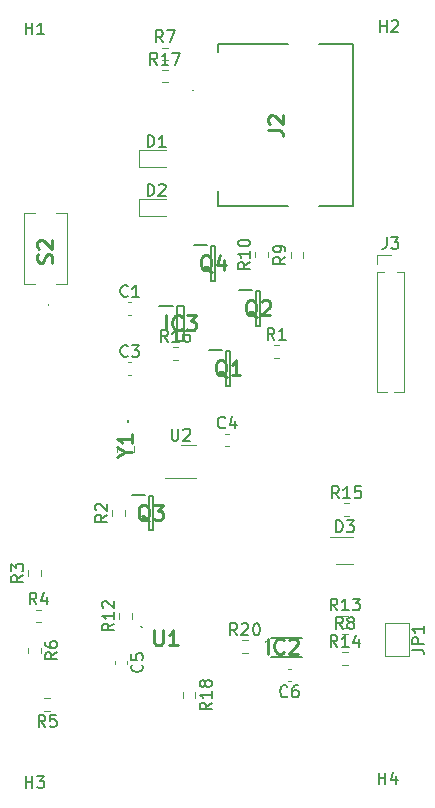
<source format=gbr>
%TF.GenerationSoftware,KiCad,Pcbnew,7.0.8-7.0.8~ubuntu20.04.1*%
%TF.CreationDate,2023-10-05T17:37:43+09:00*%
%TF.ProjectId,v0_2,76305f32-2e6b-4696-9361-645f70636258,rev?*%
%TF.SameCoordinates,Original*%
%TF.FileFunction,Legend,Top*%
%TF.FilePolarity,Positive*%
%FSLAX46Y46*%
G04 Gerber Fmt 4.6, Leading zero omitted, Abs format (unit mm)*
G04 Created by KiCad (PCBNEW 7.0.8-7.0.8~ubuntu20.04.1) date 2023-10-05 17:37:43*
%MOMM*%
%LPD*%
G01*
G04 APERTURE LIST*
%ADD10C,0.150000*%
%ADD11C,0.254000*%
%ADD12C,0.200000*%
%ADD13C,0.100000*%
%ADD14C,0.120000*%
G04 APERTURE END LIST*
D10*
X14238095Y-28854819D02*
X14238095Y-27854819D01*
X14238095Y-28331009D02*
X14809523Y-28331009D01*
X14809523Y-28854819D02*
X14809523Y-27854819D01*
X15714285Y-28188152D02*
X15714285Y-28854819D01*
X15476190Y-27807200D02*
X15238095Y-28521485D01*
X15238095Y-28521485D02*
X15857142Y-28521485D01*
D11*
X4879318Y26526667D02*
X5786461Y26526667D01*
X5786461Y26526667D02*
X5967889Y26466190D01*
X5967889Y26466190D02*
X6088842Y26345238D01*
X6088842Y26345238D02*
X6149318Y26163809D01*
X6149318Y26163809D02*
X6149318Y26042857D01*
X5000270Y27070952D02*
X4939794Y27131428D01*
X4939794Y27131428D02*
X4879318Y27252381D01*
X4879318Y27252381D02*
X4879318Y27554762D01*
X4879318Y27554762D02*
X4939794Y27675714D01*
X4939794Y27675714D02*
X5000270Y27736190D01*
X5000270Y27736190D02*
X5121222Y27796667D01*
X5121222Y27796667D02*
X5242175Y27796667D01*
X5242175Y27796667D02*
X5423603Y27736190D01*
X5423603Y27736190D02*
X6149318Y27010476D01*
X6149318Y27010476D02*
X6149318Y27796667D01*
D10*
X-5338094Y20975180D02*
X-5338094Y21975180D01*
X-5338094Y21975180D02*
X-5099999Y21975180D01*
X-5099999Y21975180D02*
X-4957142Y21927561D01*
X-4957142Y21927561D02*
X-4861904Y21832323D01*
X-4861904Y21832323D02*
X-4814285Y21737085D01*
X-4814285Y21737085D02*
X-4766666Y21546609D01*
X-4766666Y21546609D02*
X-4766666Y21403752D01*
X-4766666Y21403752D02*
X-4814285Y21213276D01*
X-4814285Y21213276D02*
X-4861904Y21118038D01*
X-4861904Y21118038D02*
X-4957142Y21022800D01*
X-4957142Y21022800D02*
X-5099999Y20975180D01*
X-5099999Y20975180D02*
X-5338094Y20975180D01*
X-4385713Y21879942D02*
X-4338094Y21927561D01*
X-4338094Y21927561D02*
X-4242856Y21975180D01*
X-4242856Y21975180D02*
X-4004761Y21975180D01*
X-4004761Y21975180D02*
X-3909523Y21927561D01*
X-3909523Y21927561D02*
X-3861904Y21879942D01*
X-3861904Y21879942D02*
X-3814285Y21784704D01*
X-3814285Y21784704D02*
X-3814285Y21689466D01*
X-3814285Y21689466D02*
X-3861904Y21546609D01*
X-3861904Y21546609D02*
X-4433332Y20975180D01*
X-4433332Y20975180D02*
X-3814285Y20975180D01*
D11*
X-7230443Y-729761D02*
X-6625681Y-729761D01*
X-7895681Y-1153094D02*
X-7230443Y-729761D01*
X-7230443Y-729761D02*
X-7895681Y-306427D01*
X-6625681Y782143D02*
X-6625681Y56428D01*
X-6625681Y419285D02*
X-7895681Y419285D01*
X-7895681Y419285D02*
X-7714253Y298333D01*
X-7714253Y298333D02*
X-7593300Y177381D01*
X-7593300Y177381D02*
X-7532824Y56428D01*
D10*
X-14741666Y-13624819D02*
X-15074999Y-13148628D01*
X-15313094Y-13624819D02*
X-15313094Y-12624819D01*
X-15313094Y-12624819D02*
X-14932142Y-12624819D01*
X-14932142Y-12624819D02*
X-14836904Y-12672438D01*
X-14836904Y-12672438D02*
X-14789285Y-12720057D01*
X-14789285Y-12720057D02*
X-14741666Y-12815295D01*
X-14741666Y-12815295D02*
X-14741666Y-12958152D01*
X-14741666Y-12958152D02*
X-14789285Y-13053390D01*
X-14789285Y-13053390D02*
X-14836904Y-13101009D01*
X-14836904Y-13101009D02*
X-14932142Y-13148628D01*
X-14932142Y-13148628D02*
X-15313094Y-13148628D01*
X-13884523Y-12958152D02*
X-13884523Y-13624819D01*
X-14122618Y-12577200D02*
X-14360713Y-13291485D01*
X-14360713Y-13291485D02*
X-13741666Y-13291485D01*
X-3627857Y8595180D02*
X-3961190Y9071371D01*
X-4199285Y8595180D02*
X-4199285Y9595180D01*
X-4199285Y9595180D02*
X-3818333Y9595180D01*
X-3818333Y9595180D02*
X-3723095Y9547561D01*
X-3723095Y9547561D02*
X-3675476Y9499942D01*
X-3675476Y9499942D02*
X-3627857Y9404704D01*
X-3627857Y9404704D02*
X-3627857Y9261847D01*
X-3627857Y9261847D02*
X-3675476Y9166609D01*
X-3675476Y9166609D02*
X-3723095Y9118990D01*
X-3723095Y9118990D02*
X-3818333Y9071371D01*
X-3818333Y9071371D02*
X-4199285Y9071371D01*
X-2675476Y8595180D02*
X-3246904Y8595180D01*
X-2961190Y8595180D02*
X-2961190Y9595180D01*
X-2961190Y9595180D02*
X-3056428Y9452323D01*
X-3056428Y9452323D02*
X-3151666Y9357085D01*
X-3151666Y9357085D02*
X-3246904Y9309466D01*
X-1818333Y9595180D02*
X-2008809Y9595180D01*
X-2008809Y9595180D02*
X-2104047Y9547561D01*
X-2104047Y9547561D02*
X-2151666Y9499942D01*
X-2151666Y9499942D02*
X-2246904Y9357085D01*
X-2246904Y9357085D02*
X-2294523Y9166609D01*
X-2294523Y9166609D02*
X-2294523Y8785657D01*
X-2294523Y8785657D02*
X-2246904Y8690419D01*
X-2246904Y8690419D02*
X-2199285Y8642800D01*
X-2199285Y8642800D02*
X-2104047Y8595180D01*
X-2104047Y8595180D02*
X-1913571Y8595180D01*
X-1913571Y8595180D02*
X-1818333Y8642800D01*
X-1818333Y8642800D02*
X-1770714Y8690419D01*
X-1770714Y8690419D02*
X-1723095Y8785657D01*
X-1723095Y8785657D02*
X-1723095Y9023752D01*
X-1723095Y9023752D02*
X-1770714Y9118990D01*
X-1770714Y9118990D02*
X-1818333Y9166609D01*
X-1818333Y9166609D02*
X-1913571Y9214228D01*
X-1913571Y9214228D02*
X-2104047Y9214228D01*
X-2104047Y9214228D02*
X-2199285Y9166609D01*
X-2199285Y9166609D02*
X-2246904Y9118990D01*
X-2246904Y9118990D02*
X-2294523Y9023752D01*
X1233333Y1370419D02*
X1185714Y1322800D01*
X1185714Y1322800D02*
X1042857Y1275180D01*
X1042857Y1275180D02*
X947619Y1275180D01*
X947619Y1275180D02*
X804762Y1322800D01*
X804762Y1322800D02*
X709524Y1418038D01*
X709524Y1418038D02*
X661905Y1513276D01*
X661905Y1513276D02*
X614286Y1703752D01*
X614286Y1703752D02*
X614286Y1846609D01*
X614286Y1846609D02*
X661905Y2037085D01*
X661905Y2037085D02*
X709524Y2132323D01*
X709524Y2132323D02*
X804762Y2227561D01*
X804762Y2227561D02*
X947619Y2275180D01*
X947619Y2275180D02*
X1042857Y2275180D01*
X1042857Y2275180D02*
X1185714Y2227561D01*
X1185714Y2227561D02*
X1233333Y2179942D01*
X2090476Y1941847D02*
X2090476Y1275180D01*
X1852381Y2322800D02*
X1614286Y1608514D01*
X1614286Y1608514D02*
X2233333Y1608514D01*
X-15661904Y34645180D02*
X-15661904Y35645180D01*
X-15661904Y35168990D02*
X-15090476Y35168990D01*
X-15090476Y34645180D02*
X-15090476Y35645180D01*
X-14090476Y34645180D02*
X-14661904Y34645180D01*
X-14376190Y34645180D02*
X-14376190Y35645180D01*
X-14376190Y35645180D02*
X-14471428Y35502323D01*
X-14471428Y35502323D02*
X-14566666Y35407085D01*
X-14566666Y35407085D02*
X-14661904Y35359466D01*
X10732142Y-14124819D02*
X10398809Y-13648628D01*
X10160714Y-14124819D02*
X10160714Y-13124819D01*
X10160714Y-13124819D02*
X10541666Y-13124819D01*
X10541666Y-13124819D02*
X10636904Y-13172438D01*
X10636904Y-13172438D02*
X10684523Y-13220057D01*
X10684523Y-13220057D02*
X10732142Y-13315295D01*
X10732142Y-13315295D02*
X10732142Y-13458152D01*
X10732142Y-13458152D02*
X10684523Y-13553390D01*
X10684523Y-13553390D02*
X10636904Y-13601009D01*
X10636904Y-13601009D02*
X10541666Y-13648628D01*
X10541666Y-13648628D02*
X10160714Y-13648628D01*
X11684523Y-14124819D02*
X11113095Y-14124819D01*
X11398809Y-14124819D02*
X11398809Y-13124819D01*
X11398809Y-13124819D02*
X11303571Y-13267676D01*
X11303571Y-13267676D02*
X11208333Y-13362914D01*
X11208333Y-13362914D02*
X11113095Y-13410533D01*
X12017857Y-13124819D02*
X12636904Y-13124819D01*
X12636904Y-13124819D02*
X12303571Y-13505771D01*
X12303571Y-13505771D02*
X12446428Y-13505771D01*
X12446428Y-13505771D02*
X12541666Y-13553390D01*
X12541666Y-13553390D02*
X12589285Y-13601009D01*
X12589285Y-13601009D02*
X12636904Y-13696247D01*
X12636904Y-13696247D02*
X12636904Y-13934342D01*
X12636904Y-13934342D02*
X12589285Y-14029580D01*
X12589285Y-14029580D02*
X12541666Y-14077200D01*
X12541666Y-14077200D02*
X12446428Y-14124819D01*
X12446428Y-14124819D02*
X12160714Y-14124819D01*
X12160714Y-14124819D02*
X12065476Y-14077200D01*
X12065476Y-14077200D02*
X12017857Y-14029580D01*
X11208333Y-15704819D02*
X10875000Y-15228628D01*
X10636905Y-15704819D02*
X10636905Y-14704819D01*
X10636905Y-14704819D02*
X11017857Y-14704819D01*
X11017857Y-14704819D02*
X11113095Y-14752438D01*
X11113095Y-14752438D02*
X11160714Y-14800057D01*
X11160714Y-14800057D02*
X11208333Y-14895295D01*
X11208333Y-14895295D02*
X11208333Y-15038152D01*
X11208333Y-15038152D02*
X11160714Y-15133390D01*
X11160714Y-15133390D02*
X11113095Y-15181009D01*
X11113095Y-15181009D02*
X11017857Y-15228628D01*
X11017857Y-15228628D02*
X10636905Y-15228628D01*
X11779762Y-15133390D02*
X11684524Y-15085771D01*
X11684524Y-15085771D02*
X11636905Y-15038152D01*
X11636905Y-15038152D02*
X11589286Y-14942914D01*
X11589286Y-14942914D02*
X11589286Y-14895295D01*
X11589286Y-14895295D02*
X11636905Y-14800057D01*
X11636905Y-14800057D02*
X11684524Y-14752438D01*
X11684524Y-14752438D02*
X11779762Y-14704819D01*
X11779762Y-14704819D02*
X11970238Y-14704819D01*
X11970238Y-14704819D02*
X12065476Y-14752438D01*
X12065476Y-14752438D02*
X12113095Y-14800057D01*
X12113095Y-14800057D02*
X12160714Y-14895295D01*
X12160714Y-14895295D02*
X12160714Y-14942914D01*
X12160714Y-14942914D02*
X12113095Y-15038152D01*
X12113095Y-15038152D02*
X12065476Y-15085771D01*
X12065476Y-15085771D02*
X11970238Y-15133390D01*
X11970238Y-15133390D02*
X11779762Y-15133390D01*
X11779762Y-15133390D02*
X11684524Y-15181009D01*
X11684524Y-15181009D02*
X11636905Y-15228628D01*
X11636905Y-15228628D02*
X11589286Y-15323866D01*
X11589286Y-15323866D02*
X11589286Y-15514342D01*
X11589286Y-15514342D02*
X11636905Y-15609580D01*
X11636905Y-15609580D02*
X11684524Y-15657200D01*
X11684524Y-15657200D02*
X11779762Y-15704819D01*
X11779762Y-15704819D02*
X11970238Y-15704819D01*
X11970238Y-15704819D02*
X12065476Y-15657200D01*
X12065476Y-15657200D02*
X12113095Y-15609580D01*
X12113095Y-15609580D02*
X12160714Y-15514342D01*
X12160714Y-15514342D02*
X12160714Y-15323866D01*
X12160714Y-15323866D02*
X12113095Y-15228628D01*
X12113095Y-15228628D02*
X12065476Y-15181009D01*
X12065476Y-15181009D02*
X11970238Y-15133390D01*
D11*
X-5170952Y-6595270D02*
X-5291904Y-6534794D01*
X-5291904Y-6534794D02*
X-5412857Y-6413842D01*
X-5412857Y-6413842D02*
X-5594285Y-6232413D01*
X-5594285Y-6232413D02*
X-5715238Y-6171937D01*
X-5715238Y-6171937D02*
X-5836190Y-6171937D01*
X-5775714Y-6474318D02*
X-5896666Y-6413842D01*
X-5896666Y-6413842D02*
X-6017619Y-6292889D01*
X-6017619Y-6292889D02*
X-6078095Y-6050984D01*
X-6078095Y-6050984D02*
X-6078095Y-5627651D01*
X-6078095Y-5627651D02*
X-6017619Y-5385746D01*
X-6017619Y-5385746D02*
X-5896666Y-5264794D01*
X-5896666Y-5264794D02*
X-5775714Y-5204318D01*
X-5775714Y-5204318D02*
X-5533809Y-5204318D01*
X-5533809Y-5204318D02*
X-5412857Y-5264794D01*
X-5412857Y-5264794D02*
X-5291904Y-5385746D01*
X-5291904Y-5385746D02*
X-5231428Y-5627651D01*
X-5231428Y-5627651D02*
X-5231428Y-6050984D01*
X-5231428Y-6050984D02*
X-5291904Y-6292889D01*
X-5291904Y-6292889D02*
X-5412857Y-6413842D01*
X-5412857Y-6413842D02*
X-5533809Y-6474318D01*
X-5533809Y-6474318D02*
X-5775714Y-6474318D01*
X-4808095Y-5204318D02*
X-4021904Y-5204318D01*
X-4021904Y-5204318D02*
X-4445238Y-5688127D01*
X-4445238Y-5688127D02*
X-4263809Y-5688127D01*
X-4263809Y-5688127D02*
X-4142857Y-5748603D01*
X-4142857Y-5748603D02*
X-4082381Y-5809080D01*
X-4082381Y-5809080D02*
X-4021904Y-5930032D01*
X-4021904Y-5930032D02*
X-4021904Y-6232413D01*
X-4021904Y-6232413D02*
X-4082381Y-6353365D01*
X-4082381Y-6353365D02*
X-4142857Y-6413842D01*
X-4142857Y-6413842D02*
X-4263809Y-6474318D01*
X-4263809Y-6474318D02*
X-4626666Y-6474318D01*
X-4626666Y-6474318D02*
X-4747619Y-6413842D01*
X-4747619Y-6413842D02*
X-4808095Y-6353365D01*
X-3779762Y9585681D02*
X-3779762Y10855681D01*
X-2449285Y9706634D02*
X-2509761Y9646158D01*
X-2509761Y9646158D02*
X-2691190Y9585681D01*
X-2691190Y9585681D02*
X-2812142Y9585681D01*
X-2812142Y9585681D02*
X-2993571Y9646158D01*
X-2993571Y9646158D02*
X-3114523Y9767110D01*
X-3114523Y9767110D02*
X-3175000Y9888062D01*
X-3175000Y9888062D02*
X-3235476Y10129967D01*
X-3235476Y10129967D02*
X-3235476Y10311396D01*
X-3235476Y10311396D02*
X-3175000Y10553300D01*
X-3175000Y10553300D02*
X-3114523Y10674253D01*
X-3114523Y10674253D02*
X-2993571Y10795205D01*
X-2993571Y10795205D02*
X-2812142Y10855681D01*
X-2812142Y10855681D02*
X-2691190Y10855681D01*
X-2691190Y10855681D02*
X-2509761Y10795205D01*
X-2509761Y10795205D02*
X-2449285Y10734729D01*
X-2025952Y10855681D02*
X-1239761Y10855681D01*
X-1239761Y10855681D02*
X-1663095Y10371872D01*
X-1663095Y10371872D02*
X-1481666Y10371872D01*
X-1481666Y10371872D02*
X-1360714Y10311396D01*
X-1360714Y10311396D02*
X-1300238Y10250919D01*
X-1300238Y10250919D02*
X-1239761Y10129967D01*
X-1239761Y10129967D02*
X-1239761Y9827586D01*
X-1239761Y9827586D02*
X-1300238Y9706634D01*
X-1300238Y9706634D02*
X-1360714Y9646158D01*
X-1360714Y9646158D02*
X-1481666Y9585681D01*
X-1481666Y9585681D02*
X-1844523Y9585681D01*
X-1844523Y9585681D02*
X-1965476Y9646158D01*
X-1965476Y9646158D02*
X-2025952Y9706634D01*
D10*
X-8775180Y-6041666D02*
X-9251371Y-6374999D01*
X-8775180Y-6613094D02*
X-9775180Y-6613094D01*
X-9775180Y-6613094D02*
X-9775180Y-6232142D01*
X-9775180Y-6232142D02*
X-9727561Y-6136904D01*
X-9727561Y-6136904D02*
X-9679942Y-6089285D01*
X-9679942Y-6089285D02*
X-9584704Y-6041666D01*
X-9584704Y-6041666D02*
X-9441847Y-6041666D01*
X-9441847Y-6041666D02*
X-9346609Y-6089285D01*
X-9346609Y-6089285D02*
X-9298990Y-6136904D01*
X-9298990Y-6136904D02*
X-9251371Y-6232142D01*
X-9251371Y-6232142D02*
X-9251371Y-6613094D01*
X-9679942Y-5660713D02*
X-9727561Y-5613094D01*
X-9727561Y-5613094D02*
X-9775180Y-5517856D01*
X-9775180Y-5517856D02*
X-9775180Y-5279761D01*
X-9775180Y-5279761D02*
X-9727561Y-5184523D01*
X-9727561Y-5184523D02*
X-9679942Y-5136904D01*
X-9679942Y-5136904D02*
X-9584704Y-5089285D01*
X-9584704Y-5089285D02*
X-9489466Y-5089285D01*
X-9489466Y-5089285D02*
X-9346609Y-5136904D01*
X-9346609Y-5136904D02*
X-8775180Y-5708332D01*
X-8775180Y-5708332D02*
X-8775180Y-5089285D01*
D11*
X3909047Y10734729D02*
X3788095Y10795205D01*
X3788095Y10795205D02*
X3667142Y10916158D01*
X3667142Y10916158D02*
X3485714Y11097586D01*
X3485714Y11097586D02*
X3364761Y11158062D01*
X3364761Y11158062D02*
X3243809Y11158062D01*
X3304285Y10855681D02*
X3183333Y10916158D01*
X3183333Y10916158D02*
X3062380Y11037110D01*
X3062380Y11037110D02*
X3001904Y11279015D01*
X3001904Y11279015D02*
X3001904Y11702348D01*
X3001904Y11702348D02*
X3062380Y11944253D01*
X3062380Y11944253D02*
X3183333Y12065205D01*
X3183333Y12065205D02*
X3304285Y12125681D01*
X3304285Y12125681D02*
X3546190Y12125681D01*
X3546190Y12125681D02*
X3667142Y12065205D01*
X3667142Y12065205D02*
X3788095Y11944253D01*
X3788095Y11944253D02*
X3848571Y11702348D01*
X3848571Y11702348D02*
X3848571Y11279015D01*
X3848571Y11279015D02*
X3788095Y11037110D01*
X3788095Y11037110D02*
X3667142Y10916158D01*
X3667142Y10916158D02*
X3546190Y10855681D01*
X3546190Y10855681D02*
X3304285Y10855681D01*
X4332380Y12004729D02*
X4392856Y12065205D01*
X4392856Y12065205D02*
X4513809Y12125681D01*
X4513809Y12125681D02*
X4816190Y12125681D01*
X4816190Y12125681D02*
X4937142Y12065205D01*
X4937142Y12065205D02*
X4997618Y12004729D01*
X4997618Y12004729D02*
X5058095Y11883777D01*
X5058095Y11883777D02*
X5058095Y11762824D01*
X5058095Y11762824D02*
X4997618Y11581396D01*
X4997618Y11581396D02*
X4271904Y10855681D01*
X4271904Y10855681D02*
X5058095Y10855681D01*
D10*
X-5830419Y-18721666D02*
X-5782800Y-18769285D01*
X-5782800Y-18769285D02*
X-5735180Y-18912142D01*
X-5735180Y-18912142D02*
X-5735180Y-19007380D01*
X-5735180Y-19007380D02*
X-5782800Y-19150237D01*
X-5782800Y-19150237D02*
X-5878038Y-19245475D01*
X-5878038Y-19245475D02*
X-5973276Y-19293094D01*
X-5973276Y-19293094D02*
X-6163752Y-19340713D01*
X-6163752Y-19340713D02*
X-6306609Y-19340713D01*
X-6306609Y-19340713D02*
X-6497085Y-19293094D01*
X-6497085Y-19293094D02*
X-6592323Y-19245475D01*
X-6592323Y-19245475D02*
X-6687561Y-19150237D01*
X-6687561Y-19150237D02*
X-6735180Y-19007380D01*
X-6735180Y-19007380D02*
X-6735180Y-18912142D01*
X-6735180Y-18912142D02*
X-6687561Y-18769285D01*
X-6687561Y-18769285D02*
X-6639942Y-18721666D01*
X-6735180Y-17816904D02*
X-6735180Y-18293094D01*
X-6735180Y-18293094D02*
X-6258990Y-18340713D01*
X-6258990Y-18340713D02*
X-6306609Y-18293094D01*
X-6306609Y-18293094D02*
X-6354228Y-18197856D01*
X-6354228Y-18197856D02*
X-6354228Y-17959761D01*
X-6354228Y-17959761D02*
X-6306609Y-17864523D01*
X-6306609Y-17864523D02*
X-6258990Y-17816904D01*
X-6258990Y-17816904D02*
X-6163752Y-17769285D01*
X-6163752Y-17769285D02*
X-5925657Y-17769285D01*
X-5925657Y-17769285D02*
X-5830419Y-17816904D01*
X-5830419Y-17816904D02*
X-5782800Y-17864523D01*
X-5782800Y-17864523D02*
X-5735180Y-17959761D01*
X-5735180Y-17959761D02*
X-5735180Y-18197856D01*
X-5735180Y-18197856D02*
X-5782800Y-18293094D01*
X-5782800Y-18293094D02*
X-5830419Y-18340713D01*
D11*
X-4777619Y-15814318D02*
X-4777619Y-16842413D01*
X-4777619Y-16842413D02*
X-4717142Y-16963365D01*
X-4717142Y-16963365D02*
X-4656666Y-17023842D01*
X-4656666Y-17023842D02*
X-4535714Y-17084318D01*
X-4535714Y-17084318D02*
X-4293809Y-17084318D01*
X-4293809Y-17084318D02*
X-4172857Y-17023842D01*
X-4172857Y-17023842D02*
X-4112380Y-16963365D01*
X-4112380Y-16963365D02*
X-4051904Y-16842413D01*
X-4051904Y-16842413D02*
X-4051904Y-15814318D01*
X-2781904Y-17084318D02*
X-3507619Y-17084318D01*
X-3144762Y-17084318D02*
X-3144762Y-15814318D01*
X-3144762Y-15814318D02*
X-3265714Y-15995746D01*
X-3265714Y-15995746D02*
X-3386666Y-16116699D01*
X-3386666Y-16116699D02*
X-3507619Y-16177175D01*
D10*
X-7011666Y12500419D02*
X-7059285Y12452800D01*
X-7059285Y12452800D02*
X-7202142Y12405180D01*
X-7202142Y12405180D02*
X-7297380Y12405180D01*
X-7297380Y12405180D02*
X-7440237Y12452800D01*
X-7440237Y12452800D02*
X-7535475Y12548038D01*
X-7535475Y12548038D02*
X-7583094Y12643276D01*
X-7583094Y12643276D02*
X-7630713Y12833752D01*
X-7630713Y12833752D02*
X-7630713Y12976609D01*
X-7630713Y12976609D02*
X-7583094Y13167085D01*
X-7583094Y13167085D02*
X-7535475Y13262323D01*
X-7535475Y13262323D02*
X-7440237Y13357561D01*
X-7440237Y13357561D02*
X-7297380Y13405180D01*
X-7297380Y13405180D02*
X-7202142Y13405180D01*
X-7202142Y13405180D02*
X-7059285Y13357561D01*
X-7059285Y13357561D02*
X-7011666Y13309942D01*
X-6059285Y12405180D02*
X-6630713Y12405180D01*
X-6344999Y12405180D02*
X-6344999Y13405180D01*
X-6344999Y13405180D02*
X-6440237Y13262323D01*
X-6440237Y13262323D02*
X-6535475Y13167085D01*
X-6535475Y13167085D02*
X-6630713Y13119466D01*
X-7011666Y7420419D02*
X-7059285Y7372800D01*
X-7059285Y7372800D02*
X-7202142Y7325180D01*
X-7202142Y7325180D02*
X-7297380Y7325180D01*
X-7297380Y7325180D02*
X-7440237Y7372800D01*
X-7440237Y7372800D02*
X-7535475Y7468038D01*
X-7535475Y7468038D02*
X-7583094Y7563276D01*
X-7583094Y7563276D02*
X-7630713Y7753752D01*
X-7630713Y7753752D02*
X-7630713Y7896609D01*
X-7630713Y7896609D02*
X-7583094Y8087085D01*
X-7583094Y8087085D02*
X-7535475Y8182323D01*
X-7535475Y8182323D02*
X-7440237Y8277561D01*
X-7440237Y8277561D02*
X-7297380Y8325180D01*
X-7297380Y8325180D02*
X-7202142Y8325180D01*
X-7202142Y8325180D02*
X-7059285Y8277561D01*
X-7059285Y8277561D02*
X-7011666Y8229942D01*
X-6678332Y8325180D02*
X-6059285Y8325180D01*
X-6059285Y8325180D02*
X-6392618Y7944228D01*
X-6392618Y7944228D02*
X-6249761Y7944228D01*
X-6249761Y7944228D02*
X-6154523Y7896609D01*
X-6154523Y7896609D02*
X-6106904Y7848990D01*
X-6106904Y7848990D02*
X-6059285Y7753752D01*
X-6059285Y7753752D02*
X-6059285Y7515657D01*
X-6059285Y7515657D02*
X-6106904Y7420419D01*
X-6106904Y7420419D02*
X-6154523Y7372800D01*
X-6154523Y7372800D02*
X-6249761Y7325180D01*
X-6249761Y7325180D02*
X-6535475Y7325180D01*
X-6535475Y7325180D02*
X-6630713Y7372800D01*
X-6630713Y7372800D02*
X-6678332Y7420419D01*
X14338095Y34845180D02*
X14338095Y35845180D01*
X14338095Y35368990D02*
X14909523Y35368990D01*
X14909523Y34845180D02*
X14909523Y35845180D01*
X15338095Y35749942D02*
X15385714Y35797561D01*
X15385714Y35797561D02*
X15480952Y35845180D01*
X15480952Y35845180D02*
X15719047Y35845180D01*
X15719047Y35845180D02*
X15814285Y35797561D01*
X15814285Y35797561D02*
X15861904Y35749942D01*
X15861904Y35749942D02*
X15909523Y35654704D01*
X15909523Y35654704D02*
X15909523Y35559466D01*
X15909523Y35559466D02*
X15861904Y35416609D01*
X15861904Y35416609D02*
X15290476Y34845180D01*
X15290476Y34845180D02*
X15909523Y34845180D01*
X6508333Y-21389580D02*
X6460714Y-21437200D01*
X6460714Y-21437200D02*
X6317857Y-21484819D01*
X6317857Y-21484819D02*
X6222619Y-21484819D01*
X6222619Y-21484819D02*
X6079762Y-21437200D01*
X6079762Y-21437200D02*
X5984524Y-21341961D01*
X5984524Y-21341961D02*
X5936905Y-21246723D01*
X5936905Y-21246723D02*
X5889286Y-21056247D01*
X5889286Y-21056247D02*
X5889286Y-20913390D01*
X5889286Y-20913390D02*
X5936905Y-20722914D01*
X5936905Y-20722914D02*
X5984524Y-20627676D01*
X5984524Y-20627676D02*
X6079762Y-20532438D01*
X6079762Y-20532438D02*
X6222619Y-20484819D01*
X6222619Y-20484819D02*
X6317857Y-20484819D01*
X6317857Y-20484819D02*
X6460714Y-20532438D01*
X6460714Y-20532438D02*
X6508333Y-20580057D01*
X7365476Y-20484819D02*
X7175000Y-20484819D01*
X7175000Y-20484819D02*
X7079762Y-20532438D01*
X7079762Y-20532438D02*
X7032143Y-20580057D01*
X7032143Y-20580057D02*
X6936905Y-20722914D01*
X6936905Y-20722914D02*
X6889286Y-20913390D01*
X6889286Y-20913390D02*
X6889286Y-21294342D01*
X6889286Y-21294342D02*
X6936905Y-21389580D01*
X6936905Y-21389580D02*
X6984524Y-21437200D01*
X6984524Y-21437200D02*
X7079762Y-21484819D01*
X7079762Y-21484819D02*
X7270238Y-21484819D01*
X7270238Y-21484819D02*
X7365476Y-21437200D01*
X7365476Y-21437200D02*
X7413095Y-21389580D01*
X7413095Y-21389580D02*
X7460714Y-21294342D01*
X7460714Y-21294342D02*
X7460714Y-21056247D01*
X7460714Y-21056247D02*
X7413095Y-20961009D01*
X7413095Y-20961009D02*
X7365476Y-20913390D01*
X7365476Y-20913390D02*
X7270238Y-20865771D01*
X7270238Y-20865771D02*
X7079762Y-20865771D01*
X7079762Y-20865771D02*
X6984524Y-20913390D01*
X6984524Y-20913390D02*
X6936905Y-20961009D01*
X6936905Y-20961009D02*
X6889286Y-21056247D01*
X-4517857Y32075180D02*
X-4851190Y32551371D01*
X-5089285Y32075180D02*
X-5089285Y33075180D01*
X-5089285Y33075180D02*
X-4708333Y33075180D01*
X-4708333Y33075180D02*
X-4613095Y33027561D01*
X-4613095Y33027561D02*
X-4565476Y32979942D01*
X-4565476Y32979942D02*
X-4517857Y32884704D01*
X-4517857Y32884704D02*
X-4517857Y32741847D01*
X-4517857Y32741847D02*
X-4565476Y32646609D01*
X-4565476Y32646609D02*
X-4613095Y32598990D01*
X-4613095Y32598990D02*
X-4708333Y32551371D01*
X-4708333Y32551371D02*
X-5089285Y32551371D01*
X-3565476Y32075180D02*
X-4136904Y32075180D01*
X-3851190Y32075180D02*
X-3851190Y33075180D01*
X-3851190Y33075180D02*
X-3946428Y32932323D01*
X-3946428Y32932323D02*
X-4041666Y32837085D01*
X-4041666Y32837085D02*
X-4136904Y32789466D01*
X-3232142Y33075180D02*
X-2565476Y33075180D01*
X-2565476Y33075180D02*
X-2994047Y32075180D01*
X84819Y-21942857D02*
X-391371Y-22276190D01*
X84819Y-22514285D02*
X-915180Y-22514285D01*
X-915180Y-22514285D02*
X-915180Y-22133333D01*
X-915180Y-22133333D02*
X-867561Y-22038095D01*
X-867561Y-22038095D02*
X-819942Y-21990476D01*
X-819942Y-21990476D02*
X-724704Y-21942857D01*
X-724704Y-21942857D02*
X-581847Y-21942857D01*
X-581847Y-21942857D02*
X-486609Y-21990476D01*
X-486609Y-21990476D02*
X-438990Y-22038095D01*
X-438990Y-22038095D02*
X-391371Y-22133333D01*
X-391371Y-22133333D02*
X-391371Y-22514285D01*
X84819Y-20990476D02*
X84819Y-21561904D01*
X84819Y-21276190D02*
X-915180Y-21276190D01*
X-915180Y-21276190D02*
X-772323Y-21371428D01*
X-772323Y-21371428D02*
X-677085Y-21466666D01*
X-677085Y-21466666D02*
X-629466Y-21561904D01*
X-486609Y-20419047D02*
X-534228Y-20514285D01*
X-534228Y-20514285D02*
X-581847Y-20561904D01*
X-581847Y-20561904D02*
X-677085Y-20609523D01*
X-677085Y-20609523D02*
X-724704Y-20609523D01*
X-724704Y-20609523D02*
X-819942Y-20561904D01*
X-819942Y-20561904D02*
X-867561Y-20514285D01*
X-867561Y-20514285D02*
X-915180Y-20419047D01*
X-915180Y-20419047D02*
X-915180Y-20228571D01*
X-915180Y-20228571D02*
X-867561Y-20133333D01*
X-867561Y-20133333D02*
X-819942Y-20085714D01*
X-819942Y-20085714D02*
X-724704Y-20038095D01*
X-724704Y-20038095D02*
X-677085Y-20038095D01*
X-677085Y-20038095D02*
X-581847Y-20085714D01*
X-581847Y-20085714D02*
X-534228Y-20133333D01*
X-534228Y-20133333D02*
X-486609Y-20228571D01*
X-486609Y-20228571D02*
X-486609Y-20419047D01*
X-486609Y-20419047D02*
X-438990Y-20514285D01*
X-438990Y-20514285D02*
X-391371Y-20561904D01*
X-391371Y-20561904D02*
X-296133Y-20609523D01*
X-296133Y-20609523D02*
X-105657Y-20609523D01*
X-105657Y-20609523D02*
X-10419Y-20561904D01*
X-10419Y-20561904D02*
X37200Y-20514285D01*
X37200Y-20514285D02*
X84819Y-20419047D01*
X84819Y-20419047D02*
X84819Y-20228571D01*
X84819Y-20228571D02*
X37200Y-20133333D01*
X37200Y-20133333D02*
X-10419Y-20085714D01*
X-10419Y-20085714D02*
X-105657Y-20038095D01*
X-105657Y-20038095D02*
X-296133Y-20038095D01*
X-296133Y-20038095D02*
X-391371Y-20085714D01*
X-391371Y-20085714D02*
X-438990Y-20133333D01*
X-438990Y-20133333D02*
X-486609Y-20228571D01*
X17054819Y-17458333D02*
X17769104Y-17458333D01*
X17769104Y-17458333D02*
X17911961Y-17505952D01*
X17911961Y-17505952D02*
X18007200Y-17601190D01*
X18007200Y-17601190D02*
X18054819Y-17744047D01*
X18054819Y-17744047D02*
X18054819Y-17839285D01*
X18054819Y-16982142D02*
X17054819Y-16982142D01*
X17054819Y-16982142D02*
X17054819Y-16601190D01*
X17054819Y-16601190D02*
X17102438Y-16505952D01*
X17102438Y-16505952D02*
X17150057Y-16458333D01*
X17150057Y-16458333D02*
X17245295Y-16410714D01*
X17245295Y-16410714D02*
X17388152Y-16410714D01*
X17388152Y-16410714D02*
X17483390Y-16458333D01*
X17483390Y-16458333D02*
X17531009Y-16505952D01*
X17531009Y-16505952D02*
X17578628Y-16601190D01*
X17578628Y-16601190D02*
X17578628Y-16982142D01*
X18054819Y-15458333D02*
X18054819Y-16029761D01*
X18054819Y-15744047D02*
X17054819Y-15744047D01*
X17054819Y-15744047D02*
X17197676Y-15839285D01*
X17197676Y-15839285D02*
X17292914Y-15934523D01*
X17292914Y-15934523D02*
X17340533Y-16029761D01*
D11*
X99047Y14544729D02*
X-21904Y14605205D01*
X-21904Y14605205D02*
X-142857Y14726158D01*
X-142857Y14726158D02*
X-324285Y14907586D01*
X-324285Y14907586D02*
X-445238Y14968062D01*
X-445238Y14968062D02*
X-566190Y14968062D01*
X-505714Y14665681D02*
X-626666Y14726158D01*
X-626666Y14726158D02*
X-747619Y14847110D01*
X-747619Y14847110D02*
X-808095Y15089015D01*
X-808095Y15089015D02*
X-808095Y15512348D01*
X-808095Y15512348D02*
X-747619Y15754253D01*
X-747619Y15754253D02*
X-626666Y15875205D01*
X-626666Y15875205D02*
X-505714Y15935681D01*
X-505714Y15935681D02*
X-263809Y15935681D01*
X-263809Y15935681D02*
X-142857Y15875205D01*
X-142857Y15875205D02*
X-21904Y15754253D01*
X-21904Y15754253D02*
X38571Y15512348D01*
X38571Y15512348D02*
X38571Y15089015D01*
X38571Y15089015D02*
X-21904Y14847110D01*
X-21904Y14847110D02*
X-142857Y14726158D01*
X-142857Y14726158D02*
X-263809Y14665681D01*
X-263809Y14665681D02*
X-505714Y14665681D01*
X1127142Y15512348D02*
X1127142Y14665681D01*
X824761Y15996158D02*
X522380Y15089015D01*
X522380Y15089015D02*
X1308571Y15089015D01*
D10*
X-5335594Y25105180D02*
X-5335594Y26105180D01*
X-5335594Y26105180D02*
X-5097499Y26105180D01*
X-5097499Y26105180D02*
X-4954642Y26057561D01*
X-4954642Y26057561D02*
X-4859404Y25962323D01*
X-4859404Y25962323D02*
X-4811785Y25867085D01*
X-4811785Y25867085D02*
X-4764166Y25676609D01*
X-4764166Y25676609D02*
X-4764166Y25533752D01*
X-4764166Y25533752D02*
X-4811785Y25343276D01*
X-4811785Y25343276D02*
X-4859404Y25248038D01*
X-4859404Y25248038D02*
X-4954642Y25152800D01*
X-4954642Y25152800D02*
X-5097499Y25105180D01*
X-5097499Y25105180D02*
X-5335594Y25105180D01*
X-3811785Y25105180D02*
X-4383213Y25105180D01*
X-4097499Y25105180D02*
X-4097499Y26105180D01*
X-4097499Y26105180D02*
X-4192737Y25962323D01*
X-4192737Y25962323D02*
X-4287975Y25867085D01*
X-4287975Y25867085D02*
X-4383213Y25819466D01*
X10732142Y-17224819D02*
X10398809Y-16748628D01*
X10160714Y-17224819D02*
X10160714Y-16224819D01*
X10160714Y-16224819D02*
X10541666Y-16224819D01*
X10541666Y-16224819D02*
X10636904Y-16272438D01*
X10636904Y-16272438D02*
X10684523Y-16320057D01*
X10684523Y-16320057D02*
X10732142Y-16415295D01*
X10732142Y-16415295D02*
X10732142Y-16558152D01*
X10732142Y-16558152D02*
X10684523Y-16653390D01*
X10684523Y-16653390D02*
X10636904Y-16701009D01*
X10636904Y-16701009D02*
X10541666Y-16748628D01*
X10541666Y-16748628D02*
X10160714Y-16748628D01*
X11684523Y-17224819D02*
X11113095Y-17224819D01*
X11398809Y-17224819D02*
X11398809Y-16224819D01*
X11398809Y-16224819D02*
X11303571Y-16367676D01*
X11303571Y-16367676D02*
X11208333Y-16462914D01*
X11208333Y-16462914D02*
X11113095Y-16510533D01*
X12541666Y-16558152D02*
X12541666Y-17224819D01*
X12303571Y-16177200D02*
X12065476Y-16891485D01*
X12065476Y-16891485D02*
X12684523Y-16891485D01*
X-15661904Y-29154819D02*
X-15661904Y-28154819D01*
X-15661904Y-28631009D02*
X-15090476Y-28631009D01*
X-15090476Y-29154819D02*
X-15090476Y-28154819D01*
X-14709523Y-28154819D02*
X-14090476Y-28154819D01*
X-14090476Y-28154819D02*
X-14423809Y-28535771D01*
X-14423809Y-28535771D02*
X-14280952Y-28535771D01*
X-14280952Y-28535771D02*
X-14185714Y-28583390D01*
X-14185714Y-28583390D02*
X-14138095Y-28631009D01*
X-14138095Y-28631009D02*
X-14090476Y-28726247D01*
X-14090476Y-28726247D02*
X-14090476Y-28964342D01*
X-14090476Y-28964342D02*
X-14138095Y-29059580D01*
X-14138095Y-29059580D02*
X-14185714Y-29107200D01*
X-14185714Y-29107200D02*
X-14280952Y-29154819D01*
X-14280952Y-29154819D02*
X-14566666Y-29154819D01*
X-14566666Y-29154819D02*
X-14661904Y-29107200D01*
X-14661904Y-29107200D02*
X-14709523Y-29059580D01*
X-13015180Y-17691666D02*
X-13491371Y-18024999D01*
X-13015180Y-18263094D02*
X-14015180Y-18263094D01*
X-14015180Y-18263094D02*
X-14015180Y-17882142D01*
X-14015180Y-17882142D02*
X-13967561Y-17786904D01*
X-13967561Y-17786904D02*
X-13919942Y-17739285D01*
X-13919942Y-17739285D02*
X-13824704Y-17691666D01*
X-13824704Y-17691666D02*
X-13681847Y-17691666D01*
X-13681847Y-17691666D02*
X-13586609Y-17739285D01*
X-13586609Y-17739285D02*
X-13538990Y-17786904D01*
X-13538990Y-17786904D02*
X-13491371Y-17882142D01*
X-13491371Y-17882142D02*
X-13491371Y-18263094D01*
X-14015180Y-16834523D02*
X-14015180Y-17024999D01*
X-14015180Y-17024999D02*
X-13967561Y-17120237D01*
X-13967561Y-17120237D02*
X-13919942Y-17167856D01*
X-13919942Y-17167856D02*
X-13777085Y-17263094D01*
X-13777085Y-17263094D02*
X-13586609Y-17310713D01*
X-13586609Y-17310713D02*
X-13205657Y-17310713D01*
X-13205657Y-17310713D02*
X-13110419Y-17263094D01*
X-13110419Y-17263094D02*
X-13062800Y-17215475D01*
X-13062800Y-17215475D02*
X-13015180Y-17120237D01*
X-13015180Y-17120237D02*
X-13015180Y-16929761D01*
X-13015180Y-16929761D02*
X-13062800Y-16834523D01*
X-13062800Y-16834523D02*
X-13110419Y-16786904D01*
X-13110419Y-16786904D02*
X-13205657Y-16739285D01*
X-13205657Y-16739285D02*
X-13443752Y-16739285D01*
X-13443752Y-16739285D02*
X-13538990Y-16786904D01*
X-13538990Y-16786904D02*
X-13586609Y-16834523D01*
X-13586609Y-16834523D02*
X-13634228Y-16929761D01*
X-13634228Y-16929761D02*
X-13634228Y-17120237D01*
X-13634228Y-17120237D02*
X-13586609Y-17215475D01*
X-13586609Y-17215475D02*
X-13538990Y-17263094D01*
X-13538990Y-17263094D02*
X-13443752Y-17310713D01*
D11*
X-13456158Y15292380D02*
X-13395681Y15473809D01*
X-13395681Y15473809D02*
X-13395681Y15776190D01*
X-13395681Y15776190D02*
X-13456158Y15897142D01*
X-13456158Y15897142D02*
X-13516634Y15957618D01*
X-13516634Y15957618D02*
X-13637586Y16018095D01*
X-13637586Y16018095D02*
X-13758538Y16018095D01*
X-13758538Y16018095D02*
X-13879491Y15957618D01*
X-13879491Y15957618D02*
X-13939967Y15897142D01*
X-13939967Y15897142D02*
X-14000443Y15776190D01*
X-14000443Y15776190D02*
X-14060919Y15534285D01*
X-14060919Y15534285D02*
X-14121396Y15413333D01*
X-14121396Y15413333D02*
X-14181872Y15352856D01*
X-14181872Y15352856D02*
X-14302824Y15292380D01*
X-14302824Y15292380D02*
X-14423777Y15292380D01*
X-14423777Y15292380D02*
X-14544729Y15352856D01*
X-14544729Y15352856D02*
X-14605205Y15413333D01*
X-14605205Y15413333D02*
X-14665681Y15534285D01*
X-14665681Y15534285D02*
X-14665681Y15836666D01*
X-14665681Y15836666D02*
X-14605205Y16018095D01*
X-14544729Y16501904D02*
X-14605205Y16562380D01*
X-14605205Y16562380D02*
X-14665681Y16683333D01*
X-14665681Y16683333D02*
X-14665681Y16985714D01*
X-14665681Y16985714D02*
X-14605205Y17106666D01*
X-14605205Y17106666D02*
X-14544729Y17167142D01*
X-14544729Y17167142D02*
X-14423777Y17227619D01*
X-14423777Y17227619D02*
X-14302824Y17227619D01*
X-14302824Y17227619D02*
X-14121396Y17167142D01*
X-14121396Y17167142D02*
X-13395681Y16441428D01*
X-13395681Y16441428D02*
X-13395681Y17227619D01*
D10*
X-4041666Y33975180D02*
X-4374999Y34451371D01*
X-4613094Y33975180D02*
X-4613094Y34975180D01*
X-4613094Y34975180D02*
X-4232142Y34975180D01*
X-4232142Y34975180D02*
X-4136904Y34927561D01*
X-4136904Y34927561D02*
X-4089285Y34879942D01*
X-4089285Y34879942D02*
X-4041666Y34784704D01*
X-4041666Y34784704D02*
X-4041666Y34641847D01*
X-4041666Y34641847D02*
X-4089285Y34546609D01*
X-4089285Y34546609D02*
X-4136904Y34498990D01*
X-4136904Y34498990D02*
X-4232142Y34451371D01*
X-4232142Y34451371D02*
X-4613094Y34451371D01*
X-3708332Y34975180D02*
X-3041666Y34975180D01*
X-3041666Y34975180D02*
X-3470237Y33975180D01*
X6324819Y15808333D02*
X5848628Y15475000D01*
X6324819Y15236905D02*
X5324819Y15236905D01*
X5324819Y15236905D02*
X5324819Y15617857D01*
X5324819Y15617857D02*
X5372438Y15713095D01*
X5372438Y15713095D02*
X5420057Y15760714D01*
X5420057Y15760714D02*
X5515295Y15808333D01*
X5515295Y15808333D02*
X5658152Y15808333D01*
X5658152Y15808333D02*
X5753390Y15760714D01*
X5753390Y15760714D02*
X5801009Y15713095D01*
X5801009Y15713095D02*
X5848628Y15617857D01*
X5848628Y15617857D02*
X5848628Y15236905D01*
X6324819Y16284524D02*
X6324819Y16475000D01*
X6324819Y16475000D02*
X6277200Y16570238D01*
X6277200Y16570238D02*
X6229580Y16617857D01*
X6229580Y16617857D02*
X6086723Y16713095D01*
X6086723Y16713095D02*
X5896247Y16760714D01*
X5896247Y16760714D02*
X5515295Y16760714D01*
X5515295Y16760714D02*
X5420057Y16713095D01*
X5420057Y16713095D02*
X5372438Y16665476D01*
X5372438Y16665476D02*
X5324819Y16570238D01*
X5324819Y16570238D02*
X5324819Y16379762D01*
X5324819Y16379762D02*
X5372438Y16284524D01*
X5372438Y16284524D02*
X5420057Y16236905D01*
X5420057Y16236905D02*
X5515295Y16189286D01*
X5515295Y16189286D02*
X5753390Y16189286D01*
X5753390Y16189286D02*
X5848628Y16236905D01*
X5848628Y16236905D02*
X5896247Y16284524D01*
X5896247Y16284524D02*
X5943866Y16379762D01*
X5943866Y16379762D02*
X5943866Y16570238D01*
X5943866Y16570238D02*
X5896247Y16665476D01*
X5896247Y16665476D02*
X5848628Y16713095D01*
X5848628Y16713095D02*
X5753390Y16760714D01*
X-15875180Y-11141666D02*
X-16351371Y-11474999D01*
X-15875180Y-11713094D02*
X-16875180Y-11713094D01*
X-16875180Y-11713094D02*
X-16875180Y-11332142D01*
X-16875180Y-11332142D02*
X-16827561Y-11236904D01*
X-16827561Y-11236904D02*
X-16779942Y-11189285D01*
X-16779942Y-11189285D02*
X-16684704Y-11141666D01*
X-16684704Y-11141666D02*
X-16541847Y-11141666D01*
X-16541847Y-11141666D02*
X-16446609Y-11189285D01*
X-16446609Y-11189285D02*
X-16398990Y-11236904D01*
X-16398990Y-11236904D02*
X-16351371Y-11332142D01*
X-16351371Y-11332142D02*
X-16351371Y-11713094D01*
X-16875180Y-10808332D02*
X-16875180Y-10189285D01*
X-16875180Y-10189285D02*
X-16494228Y-10522618D01*
X-16494228Y-10522618D02*
X-16494228Y-10379761D01*
X-16494228Y-10379761D02*
X-16446609Y-10284523D01*
X-16446609Y-10284523D02*
X-16398990Y-10236904D01*
X-16398990Y-10236904D02*
X-16303752Y-10189285D01*
X-16303752Y-10189285D02*
X-16065657Y-10189285D01*
X-16065657Y-10189285D02*
X-15970419Y-10236904D01*
X-15970419Y-10236904D02*
X-15922800Y-10284523D01*
X-15922800Y-10284523D02*
X-15875180Y-10379761D01*
X-15875180Y-10379761D02*
X-15875180Y-10665475D01*
X-15875180Y-10665475D02*
X-15922800Y-10760713D01*
X-15922800Y-10760713D02*
X-15970419Y-10808332D01*
X14906666Y17480180D02*
X14906666Y16765895D01*
X14906666Y16765895D02*
X14859047Y16623038D01*
X14859047Y16623038D02*
X14763809Y16527800D01*
X14763809Y16527800D02*
X14620952Y16480180D01*
X14620952Y16480180D02*
X14525714Y16480180D01*
X15287619Y17480180D02*
X15906666Y17480180D01*
X15906666Y17480180D02*
X15573333Y17099228D01*
X15573333Y17099228D02*
X15716190Y17099228D01*
X15716190Y17099228D02*
X15811428Y17051609D01*
X15811428Y17051609D02*
X15859047Y17003990D01*
X15859047Y17003990D02*
X15906666Y16908752D01*
X15906666Y16908752D02*
X15906666Y16670657D01*
X15906666Y16670657D02*
X15859047Y16575419D01*
X15859047Y16575419D02*
X15811428Y16527800D01*
X15811428Y16527800D02*
X15716190Y16480180D01*
X15716190Y16480180D02*
X15430476Y16480180D01*
X15430476Y16480180D02*
X15335238Y16527800D01*
X15335238Y16527800D02*
X15287619Y16575419D01*
X5408333Y8775180D02*
X5075000Y9251371D01*
X4836905Y8775180D02*
X4836905Y9775180D01*
X4836905Y9775180D02*
X5217857Y9775180D01*
X5217857Y9775180D02*
X5313095Y9727561D01*
X5313095Y9727561D02*
X5360714Y9679942D01*
X5360714Y9679942D02*
X5408333Y9584704D01*
X5408333Y9584704D02*
X5408333Y9441847D01*
X5408333Y9441847D02*
X5360714Y9346609D01*
X5360714Y9346609D02*
X5313095Y9298990D01*
X5313095Y9298990D02*
X5217857Y9251371D01*
X5217857Y9251371D02*
X4836905Y9251371D01*
X6360714Y8775180D02*
X5789286Y8775180D01*
X6075000Y8775180D02*
X6075000Y9775180D01*
X6075000Y9775180D02*
X5979762Y9632323D01*
X5979762Y9632323D02*
X5884524Y9537085D01*
X5884524Y9537085D02*
X5789286Y9489466D01*
X-13991666Y-23984819D02*
X-14324999Y-23508628D01*
X-14563094Y-23984819D02*
X-14563094Y-22984819D01*
X-14563094Y-22984819D02*
X-14182142Y-22984819D01*
X-14182142Y-22984819D02*
X-14086904Y-23032438D01*
X-14086904Y-23032438D02*
X-14039285Y-23080057D01*
X-14039285Y-23080057D02*
X-13991666Y-23175295D01*
X-13991666Y-23175295D02*
X-13991666Y-23318152D01*
X-13991666Y-23318152D02*
X-14039285Y-23413390D01*
X-14039285Y-23413390D02*
X-14086904Y-23461009D01*
X-14086904Y-23461009D02*
X-14182142Y-23508628D01*
X-14182142Y-23508628D02*
X-14563094Y-23508628D01*
X-13086904Y-22984819D02*
X-13563094Y-22984819D01*
X-13563094Y-22984819D02*
X-13610713Y-23461009D01*
X-13610713Y-23461009D02*
X-13563094Y-23413390D01*
X-13563094Y-23413390D02*
X-13467856Y-23365771D01*
X-13467856Y-23365771D02*
X-13229761Y-23365771D01*
X-13229761Y-23365771D02*
X-13134523Y-23413390D01*
X-13134523Y-23413390D02*
X-13086904Y-23461009D01*
X-13086904Y-23461009D02*
X-13039285Y-23556247D01*
X-13039285Y-23556247D02*
X-13039285Y-23794342D01*
X-13039285Y-23794342D02*
X-13086904Y-23889580D01*
X-13086904Y-23889580D02*
X-13134523Y-23937200D01*
X-13134523Y-23937200D02*
X-13229761Y-23984819D01*
X-13229761Y-23984819D02*
X-13467856Y-23984819D01*
X-13467856Y-23984819D02*
X-13563094Y-23937200D01*
X-13563094Y-23937200D02*
X-13610713Y-23889580D01*
X2257142Y-16224819D02*
X1923809Y-15748628D01*
X1685714Y-16224819D02*
X1685714Y-15224819D01*
X1685714Y-15224819D02*
X2066666Y-15224819D01*
X2066666Y-15224819D02*
X2161904Y-15272438D01*
X2161904Y-15272438D02*
X2209523Y-15320057D01*
X2209523Y-15320057D02*
X2257142Y-15415295D01*
X2257142Y-15415295D02*
X2257142Y-15558152D01*
X2257142Y-15558152D02*
X2209523Y-15653390D01*
X2209523Y-15653390D02*
X2161904Y-15701009D01*
X2161904Y-15701009D02*
X2066666Y-15748628D01*
X2066666Y-15748628D02*
X1685714Y-15748628D01*
X2638095Y-15320057D02*
X2685714Y-15272438D01*
X2685714Y-15272438D02*
X2780952Y-15224819D01*
X2780952Y-15224819D02*
X3019047Y-15224819D01*
X3019047Y-15224819D02*
X3114285Y-15272438D01*
X3114285Y-15272438D02*
X3161904Y-15320057D01*
X3161904Y-15320057D02*
X3209523Y-15415295D01*
X3209523Y-15415295D02*
X3209523Y-15510533D01*
X3209523Y-15510533D02*
X3161904Y-15653390D01*
X3161904Y-15653390D02*
X2590476Y-16224819D01*
X2590476Y-16224819D02*
X3209523Y-16224819D01*
X3828571Y-15224819D02*
X3923809Y-15224819D01*
X3923809Y-15224819D02*
X4019047Y-15272438D01*
X4019047Y-15272438D02*
X4066666Y-15320057D01*
X4066666Y-15320057D02*
X4114285Y-15415295D01*
X4114285Y-15415295D02*
X4161904Y-15605771D01*
X4161904Y-15605771D02*
X4161904Y-15843866D01*
X4161904Y-15843866D02*
X4114285Y-16034342D01*
X4114285Y-16034342D02*
X4066666Y-16129580D01*
X4066666Y-16129580D02*
X4019047Y-16177200D01*
X4019047Y-16177200D02*
X3923809Y-16224819D01*
X3923809Y-16224819D02*
X3828571Y-16224819D01*
X3828571Y-16224819D02*
X3733333Y-16177200D01*
X3733333Y-16177200D02*
X3685714Y-16129580D01*
X3685714Y-16129580D02*
X3638095Y-16034342D01*
X3638095Y-16034342D02*
X3590476Y-15843866D01*
X3590476Y-15843866D02*
X3590476Y-15605771D01*
X3590476Y-15605771D02*
X3638095Y-15415295D01*
X3638095Y-15415295D02*
X3685714Y-15320057D01*
X3685714Y-15320057D02*
X3733333Y-15272438D01*
X3733333Y-15272438D02*
X3828571Y-15224819D01*
X-8175180Y-15242857D02*
X-8651371Y-15576190D01*
X-8175180Y-15814285D02*
X-9175180Y-15814285D01*
X-9175180Y-15814285D02*
X-9175180Y-15433333D01*
X-9175180Y-15433333D02*
X-9127561Y-15338095D01*
X-9127561Y-15338095D02*
X-9079942Y-15290476D01*
X-9079942Y-15290476D02*
X-8984704Y-15242857D01*
X-8984704Y-15242857D02*
X-8841847Y-15242857D01*
X-8841847Y-15242857D02*
X-8746609Y-15290476D01*
X-8746609Y-15290476D02*
X-8698990Y-15338095D01*
X-8698990Y-15338095D02*
X-8651371Y-15433333D01*
X-8651371Y-15433333D02*
X-8651371Y-15814285D01*
X-8175180Y-14290476D02*
X-8175180Y-14861904D01*
X-8175180Y-14576190D02*
X-9175180Y-14576190D01*
X-9175180Y-14576190D02*
X-9032323Y-14671428D01*
X-9032323Y-14671428D02*
X-8937085Y-14766666D01*
X-8937085Y-14766666D02*
X-8889466Y-14861904D01*
X-9079942Y-13909523D02*
X-9127561Y-13861904D01*
X-9127561Y-13861904D02*
X-9175180Y-13766666D01*
X-9175180Y-13766666D02*
X-9175180Y-13528571D01*
X-9175180Y-13528571D02*
X-9127561Y-13433333D01*
X-9127561Y-13433333D02*
X-9079942Y-13385714D01*
X-9079942Y-13385714D02*
X-8984704Y-13338095D01*
X-8984704Y-13338095D02*
X-8889466Y-13338095D01*
X-8889466Y-13338095D02*
X-8746609Y-13385714D01*
X-8746609Y-13385714D02*
X-8175180Y-13957142D01*
X-8175180Y-13957142D02*
X-8175180Y-13338095D01*
X10611905Y-7504819D02*
X10611905Y-6504819D01*
X10611905Y-6504819D02*
X10850000Y-6504819D01*
X10850000Y-6504819D02*
X10992857Y-6552438D01*
X10992857Y-6552438D02*
X11088095Y-6647676D01*
X11088095Y-6647676D02*
X11135714Y-6742914D01*
X11135714Y-6742914D02*
X11183333Y-6933390D01*
X11183333Y-6933390D02*
X11183333Y-7076247D01*
X11183333Y-7076247D02*
X11135714Y-7266723D01*
X11135714Y-7266723D02*
X11088095Y-7361961D01*
X11088095Y-7361961D02*
X10992857Y-7457200D01*
X10992857Y-7457200D02*
X10850000Y-7504819D01*
X10850000Y-7504819D02*
X10611905Y-7504819D01*
X11516667Y-6504819D02*
X12135714Y-6504819D01*
X12135714Y-6504819D02*
X11802381Y-6885771D01*
X11802381Y-6885771D02*
X11945238Y-6885771D01*
X11945238Y-6885771D02*
X12040476Y-6933390D01*
X12040476Y-6933390D02*
X12088095Y-6981009D01*
X12088095Y-6981009D02*
X12135714Y-7076247D01*
X12135714Y-7076247D02*
X12135714Y-7314342D01*
X12135714Y-7314342D02*
X12088095Y-7409580D01*
X12088095Y-7409580D02*
X12040476Y-7457200D01*
X12040476Y-7457200D02*
X11945238Y-7504819D01*
X11945238Y-7504819D02*
X11659524Y-7504819D01*
X11659524Y-7504819D02*
X11564286Y-7457200D01*
X11564286Y-7457200D02*
X11516667Y-7409580D01*
X-3306904Y1255180D02*
X-3306904Y445657D01*
X-3306904Y445657D02*
X-3259285Y350419D01*
X-3259285Y350419D02*
X-3211666Y302800D01*
X-3211666Y302800D02*
X-3116428Y255180D01*
X-3116428Y255180D02*
X-2925952Y255180D01*
X-2925952Y255180D02*
X-2830714Y302800D01*
X-2830714Y302800D02*
X-2783095Y350419D01*
X-2783095Y350419D02*
X-2735476Y445657D01*
X-2735476Y445657D02*
X-2735476Y1255180D01*
X-2306904Y1159942D02*
X-2259285Y1207561D01*
X-2259285Y1207561D02*
X-2164047Y1255180D01*
X-2164047Y1255180D02*
X-1925952Y1255180D01*
X-1925952Y1255180D02*
X-1830714Y1207561D01*
X-1830714Y1207561D02*
X-1783095Y1159942D01*
X-1783095Y1159942D02*
X-1735476Y1064704D01*
X-1735476Y1064704D02*
X-1735476Y969466D01*
X-1735476Y969466D02*
X-1783095Y826609D01*
X-1783095Y826609D02*
X-2354523Y255180D01*
X-2354523Y255180D02*
X-1735476Y255180D01*
X3324819Y15357142D02*
X2848628Y15023809D01*
X3324819Y14785714D02*
X2324819Y14785714D01*
X2324819Y14785714D02*
X2324819Y15166666D01*
X2324819Y15166666D02*
X2372438Y15261904D01*
X2372438Y15261904D02*
X2420057Y15309523D01*
X2420057Y15309523D02*
X2515295Y15357142D01*
X2515295Y15357142D02*
X2658152Y15357142D01*
X2658152Y15357142D02*
X2753390Y15309523D01*
X2753390Y15309523D02*
X2801009Y15261904D01*
X2801009Y15261904D02*
X2848628Y15166666D01*
X2848628Y15166666D02*
X2848628Y14785714D01*
X3324819Y16309523D02*
X3324819Y15738095D01*
X3324819Y16023809D02*
X2324819Y16023809D01*
X2324819Y16023809D02*
X2467676Y15928571D01*
X2467676Y15928571D02*
X2562914Y15833333D01*
X2562914Y15833333D02*
X2610533Y15738095D01*
X2324819Y16928571D02*
X2324819Y17023809D01*
X2324819Y17023809D02*
X2372438Y17119047D01*
X2372438Y17119047D02*
X2420057Y17166666D01*
X2420057Y17166666D02*
X2515295Y17214285D01*
X2515295Y17214285D02*
X2705771Y17261904D01*
X2705771Y17261904D02*
X2943866Y17261904D01*
X2943866Y17261904D02*
X3134342Y17214285D01*
X3134342Y17214285D02*
X3229580Y17166666D01*
X3229580Y17166666D02*
X3277200Y17119047D01*
X3277200Y17119047D02*
X3324819Y17023809D01*
X3324819Y17023809D02*
X3324819Y16928571D01*
X3324819Y16928571D02*
X3277200Y16833333D01*
X3277200Y16833333D02*
X3229580Y16785714D01*
X3229580Y16785714D02*
X3134342Y16738095D01*
X3134342Y16738095D02*
X2943866Y16690476D01*
X2943866Y16690476D02*
X2705771Y16690476D01*
X2705771Y16690476D02*
X2515295Y16738095D01*
X2515295Y16738095D02*
X2420057Y16785714D01*
X2420057Y16785714D02*
X2372438Y16833333D01*
X2372438Y16833333D02*
X2324819Y16928571D01*
D11*
X4858237Y-17799318D02*
X4858237Y-16529318D01*
X6188714Y-17678365D02*
X6128238Y-17738842D01*
X6128238Y-17738842D02*
X5946809Y-17799318D01*
X5946809Y-17799318D02*
X5825857Y-17799318D01*
X5825857Y-17799318D02*
X5644428Y-17738842D01*
X5644428Y-17738842D02*
X5523476Y-17617889D01*
X5523476Y-17617889D02*
X5462999Y-17496937D01*
X5462999Y-17496937D02*
X5402523Y-17255032D01*
X5402523Y-17255032D02*
X5402523Y-17073603D01*
X5402523Y-17073603D02*
X5462999Y-16831699D01*
X5462999Y-16831699D02*
X5523476Y-16710746D01*
X5523476Y-16710746D02*
X5644428Y-16589794D01*
X5644428Y-16589794D02*
X5825857Y-16529318D01*
X5825857Y-16529318D02*
X5946809Y-16529318D01*
X5946809Y-16529318D02*
X6128238Y-16589794D01*
X6128238Y-16589794D02*
X6188714Y-16650270D01*
X6672523Y-16650270D02*
X6732999Y-16589794D01*
X6732999Y-16589794D02*
X6853952Y-16529318D01*
X6853952Y-16529318D02*
X7156333Y-16529318D01*
X7156333Y-16529318D02*
X7277285Y-16589794D01*
X7277285Y-16589794D02*
X7337761Y-16650270D01*
X7337761Y-16650270D02*
X7398238Y-16771222D01*
X7398238Y-16771222D02*
X7398238Y-16892175D01*
X7398238Y-16892175D02*
X7337761Y-17073603D01*
X7337761Y-17073603D02*
X6612047Y-17799318D01*
X6612047Y-17799318D02*
X7398238Y-17799318D01*
D10*
X10857142Y-4624819D02*
X10523809Y-4148628D01*
X10285714Y-4624819D02*
X10285714Y-3624819D01*
X10285714Y-3624819D02*
X10666666Y-3624819D01*
X10666666Y-3624819D02*
X10761904Y-3672438D01*
X10761904Y-3672438D02*
X10809523Y-3720057D01*
X10809523Y-3720057D02*
X10857142Y-3815295D01*
X10857142Y-3815295D02*
X10857142Y-3958152D01*
X10857142Y-3958152D02*
X10809523Y-4053390D01*
X10809523Y-4053390D02*
X10761904Y-4101009D01*
X10761904Y-4101009D02*
X10666666Y-4148628D01*
X10666666Y-4148628D02*
X10285714Y-4148628D01*
X11809523Y-4624819D02*
X11238095Y-4624819D01*
X11523809Y-4624819D02*
X11523809Y-3624819D01*
X11523809Y-3624819D02*
X11428571Y-3767676D01*
X11428571Y-3767676D02*
X11333333Y-3862914D01*
X11333333Y-3862914D02*
X11238095Y-3910533D01*
X12714285Y-3624819D02*
X12238095Y-3624819D01*
X12238095Y-3624819D02*
X12190476Y-4101009D01*
X12190476Y-4101009D02*
X12238095Y-4053390D01*
X12238095Y-4053390D02*
X12333333Y-4005771D01*
X12333333Y-4005771D02*
X12571428Y-4005771D01*
X12571428Y-4005771D02*
X12666666Y-4053390D01*
X12666666Y-4053390D02*
X12714285Y-4101009D01*
X12714285Y-4101009D02*
X12761904Y-4196247D01*
X12761904Y-4196247D02*
X12761904Y-4434342D01*
X12761904Y-4434342D02*
X12714285Y-4529580D01*
X12714285Y-4529580D02*
X12666666Y-4577200D01*
X12666666Y-4577200D02*
X12571428Y-4624819D01*
X12571428Y-4624819D02*
X12333333Y-4624819D01*
X12333333Y-4624819D02*
X12238095Y-4577200D01*
X12238095Y-4577200D02*
X12190476Y-4529580D01*
D11*
X1369047Y5654729D02*
X1248095Y5715205D01*
X1248095Y5715205D02*
X1127142Y5836158D01*
X1127142Y5836158D02*
X945714Y6017586D01*
X945714Y6017586D02*
X824761Y6078062D01*
X824761Y6078062D02*
X703809Y6078062D01*
X764285Y5775681D02*
X643333Y5836158D01*
X643333Y5836158D02*
X522380Y5957110D01*
X522380Y5957110D02*
X461904Y6199015D01*
X461904Y6199015D02*
X461904Y6622348D01*
X461904Y6622348D02*
X522380Y6864253D01*
X522380Y6864253D02*
X643333Y6985205D01*
X643333Y6985205D02*
X764285Y7045681D01*
X764285Y7045681D02*
X1006190Y7045681D01*
X1006190Y7045681D02*
X1127142Y6985205D01*
X1127142Y6985205D02*
X1248095Y6864253D01*
X1248095Y6864253D02*
X1308571Y6622348D01*
X1308571Y6622348D02*
X1308571Y6199015D01*
X1308571Y6199015D02*
X1248095Y5957110D01*
X1248095Y5957110D02*
X1127142Y5836158D01*
X1127142Y5836158D02*
X1006190Y5775681D01*
X1006190Y5775681D02*
X764285Y5775681D01*
X2518095Y5775681D02*
X1792380Y5775681D01*
X2155237Y5775681D02*
X2155237Y7045681D01*
X2155237Y7045681D02*
X2034285Y6864253D01*
X2034285Y6864253D02*
X1913333Y6743300D01*
X1913333Y6743300D02*
X1792380Y6682824D01*
D12*
%TO.C,J2*%
X600000Y20100000D02*
X6550000Y20100000D01*
X9150000Y20100000D02*
X12100000Y20100000D01*
X12100000Y20100000D02*
X12100000Y33800000D01*
X600000Y21350000D02*
X600000Y20100000D01*
D13*
X-1550000Y29900000D02*
X-1550000Y29900000D01*
X-1450000Y29900000D02*
X-1450000Y29900000D01*
D12*
X600000Y33800000D02*
X600000Y33150000D01*
X6550000Y33800000D02*
X600000Y33800000D01*
X12100000Y33800000D02*
X9150000Y33800000D01*
D13*
X-1450000Y29900000D02*
G75*
G03*
X-1550000Y29900000I-50000J0D01*
G01*
X-1550000Y29900000D02*
G75*
G03*
X-1450000Y29900000I50000J0D01*
G01*
D14*
%TO.C,D2*%
X-6085000Y20735000D02*
X-6085000Y19265000D01*
X-6085000Y19265000D02*
X-3800000Y19265000D01*
X-3800000Y20735000D02*
X-6085000Y20735000D01*
D12*
%TO.C,Y1*%
X-7000000Y1950000D02*
X-7000000Y1950000D01*
X-7000000Y1950000D02*
X-7000000Y1950000D01*
X-7000000Y1850000D02*
X-7000000Y1850000D01*
D13*
X-6450000Y-200000D02*
X-6450000Y-200000D01*
X-6450000Y-200000D02*
X-6450000Y-700000D01*
X-7950000Y-200000D02*
X-7950000Y-200000D01*
X-7950000Y-200000D02*
X-7950000Y-700000D01*
X-6450000Y-700000D02*
X-6450000Y-200000D01*
X-6450000Y-700000D02*
X-6450000Y-700000D01*
X-7950000Y-700000D02*
X-7950000Y-200000D01*
X-7950000Y-700000D02*
X-7950000Y-700000D01*
D12*
X-7000000Y1850000D02*
G75*
G03*
X-7000000Y1950000I0J50000D01*
G01*
X-7000000Y1950000D02*
G75*
G03*
X-7000000Y1850000I0J-50000D01*
G01*
X-7000000Y1950000D02*
G75*
G03*
X-7000000Y1850000I0J-50000D01*
G01*
D14*
%TO.C,R4*%
X-14812258Y-14077500D02*
X-14337742Y-14077500D01*
X-14812258Y-15122500D02*
X-14337742Y-15122500D01*
%TO.C,R16*%
X-3222258Y8142500D02*
X-2747742Y8142500D01*
X-3222258Y7097500D02*
X-2747742Y7097500D01*
%TO.C,C4*%
X1259420Y810000D02*
X1540580Y810000D01*
X1259420Y-210000D02*
X1540580Y-210000D01*
%TO.C,R13*%
X11137742Y-14577500D02*
X11612258Y-14577500D01*
X11137742Y-15622500D02*
X11612258Y-15622500D01*
%TO.C,R8*%
X11137742Y-16157500D02*
X11612258Y-16157500D01*
X11137742Y-17202500D02*
X11612258Y-17202500D01*
D12*
%TO.C,Q3*%
X-6650000Y-4365000D02*
X-5550000Y-4365000D01*
X-5200000Y-4450000D02*
X-4900000Y-4450000D01*
X-5200000Y-7350000D02*
X-5200000Y-4450000D01*
X-4900000Y-4450000D02*
X-4900000Y-7350000D01*
X-4900000Y-7350000D02*
X-5200000Y-7350000D01*
%TO.C,IC3*%
X-4390000Y11660000D02*
X-3190000Y11660000D01*
X-2840000Y11640000D02*
X-2240000Y11640000D01*
X-2840000Y8680000D02*
X-2840000Y11640000D01*
X-2240000Y11640000D02*
X-2240000Y8680000D01*
X-2240000Y8680000D02*
X-2840000Y8680000D01*
D14*
%TO.C,R2*%
X-8322500Y-6112258D02*
X-8322500Y-5637742D01*
X-7277500Y-6112258D02*
X-7277500Y-5637742D01*
D12*
%TO.C,Q2*%
X2430000Y12965000D02*
X3530000Y12965000D01*
X3880000Y12880000D02*
X4180000Y12880000D01*
X3880000Y9980000D02*
X3880000Y12880000D01*
X4180000Y12880000D02*
X4180000Y9980000D01*
X4180000Y9980000D02*
X3880000Y9980000D01*
D14*
%TO.C,C5*%
X-7110000Y-18414420D02*
X-7110000Y-18695580D01*
X-8130000Y-18414420D02*
X-8130000Y-18695580D01*
D13*
%TO.C,U1*%
X-5910000Y-15510000D02*
X-5910000Y-15510000D01*
X-5810000Y-15510000D02*
X-5810000Y-15510000D01*
X-5810000Y-15510000D02*
G75*
G03*
X-5910000Y-15510000I-50000J0D01*
G01*
X-5910000Y-15510000D02*
G75*
G03*
X-5810000Y-15510000I50000J0D01*
G01*
D14*
%TO.C,C1*%
X-6985580Y11940000D02*
X-6704420Y11940000D01*
X-6985580Y10920000D02*
X-6704420Y10920000D01*
%TO.C,C3*%
X-6985580Y6860000D02*
X-6704420Y6860000D01*
X-6985580Y5840000D02*
X-6704420Y5840000D01*
%TO.C,C6*%
X6815580Y-20110000D02*
X6534420Y-20110000D01*
X6815580Y-19090000D02*
X6534420Y-19090000D01*
%TO.C,R17*%
X-4112258Y31622500D02*
X-3637742Y31622500D01*
X-4112258Y30577500D02*
X-3637742Y30577500D01*
%TO.C,R18*%
X-1277500Y-21062742D02*
X-1277500Y-21537258D01*
X-2322500Y-21062742D02*
X-2322500Y-21537258D01*
%TO.C,JP1*%
X16800000Y-15225000D02*
X16800000Y-18025000D01*
X14800000Y-15225000D02*
X16800000Y-15225000D01*
X16800000Y-18025000D02*
X14800000Y-18025000D01*
X14800000Y-18025000D02*
X14800000Y-15225000D01*
D12*
%TO.C,Q4*%
X-1380000Y16775000D02*
X-280000Y16775000D01*
X70000Y16690000D02*
X370000Y16690000D01*
X70000Y13790000D02*
X70000Y16690000D01*
X370000Y16690000D02*
X370000Y13790000D01*
X370000Y13790000D02*
X70000Y13790000D01*
D14*
%TO.C,D1*%
X-6082500Y24865000D02*
X-6082500Y23395000D01*
X-6082500Y23395000D02*
X-3797500Y23395000D01*
X-3797500Y24865000D02*
X-6082500Y24865000D01*
%TO.C,R14*%
X11137742Y-17677500D02*
X11612258Y-17677500D01*
X11137742Y-18722500D02*
X11612258Y-18722500D01*
%TO.C,R6*%
X-14377500Y-17287742D02*
X-14377500Y-17762258D01*
X-15422500Y-17287742D02*
X-15422500Y-17762258D01*
D13*
%TO.C,S2*%
X-13770000Y11710000D02*
X-13770000Y11710000D01*
X-13770000Y11810000D02*
X-13770000Y11810000D01*
X-15770000Y13510000D02*
X-15770000Y19510000D01*
X-14870000Y13510000D02*
X-15770000Y13510000D01*
X-13070000Y13510000D02*
X-12170000Y13510000D01*
X-12170000Y13510000D02*
X-12170000Y19510000D01*
X-15770000Y19510000D02*
X-14870000Y19510000D01*
X-12170000Y19510000D02*
X-13070000Y19510000D01*
X-13770000Y11810000D02*
G75*
G03*
X-13770000Y11710000I0J-50000D01*
G01*
X-13770000Y11710000D02*
G75*
G03*
X-13770000Y11810000I0J50000D01*
G01*
D14*
%TO.C,R7*%
X-4112258Y33522500D02*
X-3637742Y33522500D01*
X-4112258Y32477500D02*
X-3637742Y32477500D01*
%TO.C,R9*%
X6777500Y15737742D02*
X6777500Y16212258D01*
X7822500Y15737742D02*
X7822500Y16212258D01*
%TO.C,R3*%
X-15422500Y-11212258D02*
X-15422500Y-10737742D01*
X-14377500Y-11212258D02*
X-14377500Y-10737742D01*
%TO.C,J3*%
X14130000Y16000000D02*
X15240000Y16000000D01*
X14130000Y15240000D02*
X14130000Y16000000D01*
X14130000Y14480000D02*
X14130000Y4385000D01*
X14130000Y14480000D02*
X14676529Y14480000D01*
X14130000Y4385000D02*
X14932470Y4385000D01*
X15547530Y4385000D02*
X16350000Y4385000D01*
X15803471Y14480000D02*
X16350000Y14480000D01*
X16350000Y14480000D02*
X16350000Y4385000D01*
%TO.C,R1*%
X5337742Y8322500D02*
X5812258Y8322500D01*
X5337742Y7277500D02*
X5812258Y7277500D01*
%TO.C,R5*%
X-13587742Y-22622500D02*
X-14062258Y-22622500D01*
X-13587742Y-21577500D02*
X-14062258Y-21577500D01*
%TO.C,R20*%
X2662742Y-16677500D02*
X3137258Y-16677500D01*
X2662742Y-17722500D02*
X3137258Y-17722500D01*
%TO.C,R12*%
X-7722500Y-14837258D02*
X-7722500Y-14362742D01*
X-6677500Y-14837258D02*
X-6677500Y-14362742D01*
%TO.C,D3*%
X10650000Y-10210000D02*
X12050000Y-10210000D01*
X12050000Y-7890000D02*
X10150000Y-7890000D01*
%TO.C,U2*%
X-3845000Y-2950000D02*
X-1245000Y-2950000D01*
X-2545000Y-130000D02*
X-1245000Y-130000D01*
%TO.C,R10*%
X3777500Y15762742D02*
X3777500Y16237258D01*
X4822500Y15762742D02*
X4822500Y16237258D01*
D12*
%TO.C,IC2*%
X5155000Y-16480000D02*
X7755000Y-16480000D01*
X7755000Y-18080000D02*
X5155000Y-18080000D01*
X4662970Y-16764000D02*
G75*
G03*
X4662970Y-16764000I-18970J0D01*
G01*
D14*
%TO.C,R15*%
X11262742Y-5077500D02*
X11737258Y-5077500D01*
X11262742Y-6122500D02*
X11737258Y-6122500D01*
D12*
%TO.C,Q1*%
X-110000Y7885000D02*
X990000Y7885000D01*
X1340000Y7800000D02*
X1640000Y7800000D01*
X1340000Y4900000D02*
X1340000Y7800000D01*
X1640000Y7800000D02*
X1640000Y4900000D01*
X1640000Y4900000D02*
X1340000Y4900000D01*
%TD*%
M02*

</source>
